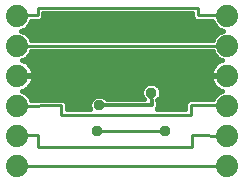
<source format=gbl>
G75*
%MOIN*%
%OFA0B0*%
%FSLAX24Y24*%
%IPPOS*%
%LPD*%
%AMOC8*
5,1,8,0,0,1.08239X$1,22.5*
%
%ADD10C,0.0740*%
%ADD11C,0.0160*%
%ADD12C,0.0376*%
%ADD13C,0.0120*%
%ADD14C,0.0100*%
D10*
X000684Y000682D03*
X000684Y001682D03*
X000684Y002682D03*
X000684Y003682D03*
X000684Y004682D03*
X000684Y005682D03*
X007684Y005682D03*
X007684Y004682D03*
X007684Y003682D03*
X007684Y002682D03*
X007684Y001682D03*
X007684Y000682D03*
D11*
X006293Y002569D02*
X005337Y002568D01*
X005372Y002603D01*
X005372Y002605D01*
X005374Y002607D01*
X005372Y002688D01*
X005372Y002769D01*
X005371Y002770D01*
X005369Y002852D01*
X005442Y002925D01*
X005492Y003046D01*
X005492Y003176D01*
X005442Y003297D01*
X005350Y003389D01*
X005230Y003439D01*
X005099Y003439D01*
X004978Y003389D01*
X004886Y003297D01*
X004836Y003176D01*
X004836Y003046D01*
X004886Y002925D01*
X004925Y002886D01*
X003692Y002886D01*
X003614Y002964D01*
X003493Y003014D01*
X003363Y003014D01*
X003242Y002964D01*
X003150Y002872D01*
X003100Y002751D01*
X003100Y002621D01*
X003123Y002566D01*
X002354Y002565D01*
X002354Y002607D01*
X002354Y002608D01*
X002354Y002686D01*
X002354Y002765D01*
X002298Y002820D01*
X002243Y002876D01*
X002243Y002876D01*
X002242Y002876D01*
X002164Y002876D01*
X002086Y002876D01*
X002085Y002876D01*
X001157Y002873D01*
X001116Y002971D01*
X000973Y003114D01*
X000860Y003161D01*
X000895Y003172D01*
X000972Y003211D01*
X001042Y003262D01*
X001103Y003324D01*
X001154Y003394D01*
X001194Y003471D01*
X001220Y003553D01*
X001234Y003639D01*
X001234Y003662D01*
X000704Y003662D01*
X000704Y003702D01*
X001234Y003702D01*
X001234Y003725D01*
X001220Y003811D01*
X001194Y003893D01*
X001154Y003970D01*
X001103Y004040D01*
X001042Y004101D01*
X000972Y004152D01*
X000895Y004192D01*
X000860Y004203D01*
X000973Y004250D01*
X001116Y004393D01*
X001157Y004492D01*
X007211Y004492D01*
X007252Y004393D01*
X007395Y004250D01*
X007508Y004203D01*
X007473Y004192D01*
X007396Y004152D01*
X007326Y004101D01*
X007264Y004040D01*
X007214Y003970D01*
X007174Y003893D01*
X007147Y003811D01*
X007134Y003725D01*
X007134Y003702D01*
X007664Y003702D01*
X007664Y003662D01*
X007134Y003662D01*
X007134Y003639D01*
X007147Y003553D01*
X007174Y003471D01*
X007214Y003394D01*
X007264Y003324D01*
X007326Y003262D01*
X007396Y003211D01*
X007473Y003172D01*
X007508Y003161D01*
X007395Y003114D01*
X007252Y002971D01*
X007220Y002895D01*
X007217Y002895D01*
X007213Y002892D01*
X006404Y002892D01*
X006293Y002780D01*
X006293Y002569D01*
X006293Y002588D02*
X005357Y002588D01*
X005372Y002746D02*
X006293Y002746D01*
X005492Y003063D02*
X007344Y003063D01*
X007224Y002905D02*
X005422Y002905D01*
X005474Y003222D02*
X007382Y003222D01*
X007223Y003380D02*
X005359Y003380D01*
X004969Y003380D02*
X001144Y003380D01*
X001216Y003539D02*
X007152Y003539D01*
X007162Y003856D02*
X001206Y003856D01*
X001122Y004014D02*
X007245Y004014D01*
X007435Y004173D02*
X000932Y004173D01*
X001054Y004331D02*
X007314Y004331D01*
X007212Y004490D02*
X001156Y004490D01*
X001157Y004872D02*
X001116Y004971D01*
X000973Y005114D01*
X000810Y005182D01*
X000973Y005250D01*
X001116Y005393D01*
X001158Y005495D01*
X001377Y005496D01*
X001456Y005496D01*
X001457Y005496D01*
X001512Y005552D01*
X001567Y005607D01*
X001567Y005608D01*
X001567Y005608D01*
X001567Y005686D01*
X001567Y005752D01*
X006514Y005752D01*
X006514Y005627D01*
X006625Y005516D01*
X007201Y005516D01*
X007252Y005393D01*
X007395Y005250D01*
X007558Y005182D01*
X007395Y005114D01*
X007252Y004971D01*
X007211Y004872D01*
X001157Y004872D01*
X001119Y004965D02*
X007249Y004965D01*
X007417Y005124D02*
X000950Y005124D01*
X001005Y005282D02*
X007363Y005282D01*
X007232Y005441D02*
X001136Y005441D01*
X001456Y005496D02*
X001456Y005496D01*
X001559Y005599D02*
X006541Y005599D01*
X007664Y003697D02*
X000704Y003697D01*
X000986Y003222D02*
X004855Y003222D01*
X004836Y003063D02*
X001024Y003063D01*
X001144Y002905D02*
X003183Y002905D01*
X003100Y002746D02*
X002354Y002746D01*
X002354Y002765D02*
X002354Y002765D01*
X002354Y002765D01*
X002354Y002588D02*
X003114Y002588D01*
X003673Y002905D02*
X004907Y002905D01*
D12*
X005164Y003111D03*
X005184Y003851D03*
X006294Y003706D03*
X005609Y001843D03*
X003428Y002686D03*
X003349Y001835D03*
X001837Y003792D03*
X001881Y005426D03*
D13*
X005164Y003111D02*
X005172Y002686D01*
X003428Y002686D01*
D14*
X003349Y001835D02*
X005609Y001843D01*
X006483Y002379D02*
X006483Y002702D01*
X007286Y002702D01*
X007684Y002682D01*
X007684Y001682D02*
X006534Y001686D01*
X006534Y001308D01*
X001377Y001308D01*
X001377Y001686D01*
X000684Y001682D01*
X000684Y002682D02*
X002164Y002686D01*
X002164Y002375D01*
X006483Y002379D01*
X007684Y000682D02*
X000684Y000682D01*
X000684Y004682D02*
X007684Y004682D01*
X007684Y005682D02*
X007286Y005706D01*
X006704Y005706D01*
X006704Y005942D01*
X001377Y005942D01*
X001377Y005686D01*
X000684Y005682D01*
M02*

</source>
